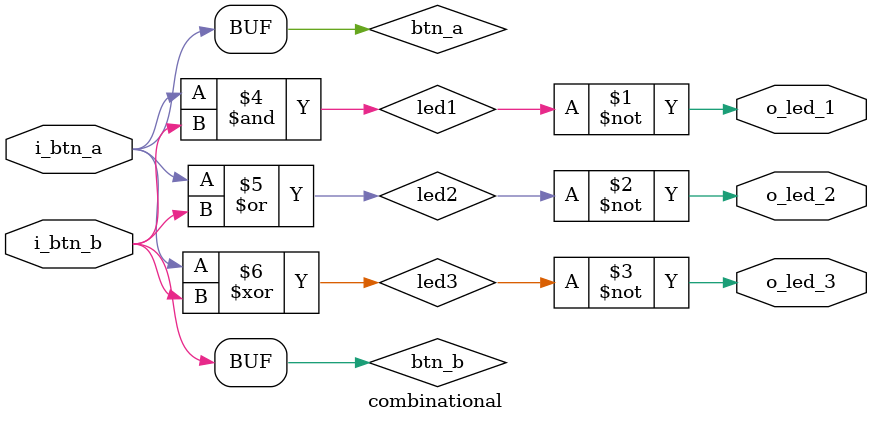
<source format=v>
module combinational(input i_btn_a, i_btn_b, output o_led_1, o_led_2, o_led_3);

    //first, invert the outputs for power the led at 1 logic
    assign o_led_1 = ~led1;
    assign o_led_2 = ~led2;
    assign o_led_3 = ~led3;
    
    //do not invert the inputs, they are already 1 logic when pressed
    assign btn_a = i_btn_a;
    assign btn_b = i_btn_b;

    //combinational operations
    assign led1 = btn_a & btn_b; //on when two btn pressed
    assign led2 = btn_a | btn_b;//on when whatever btn is pressed 
    assign led3 = btn_a ^ btn_b; //on only when 1 btn is pressed
endmodule
</source>
